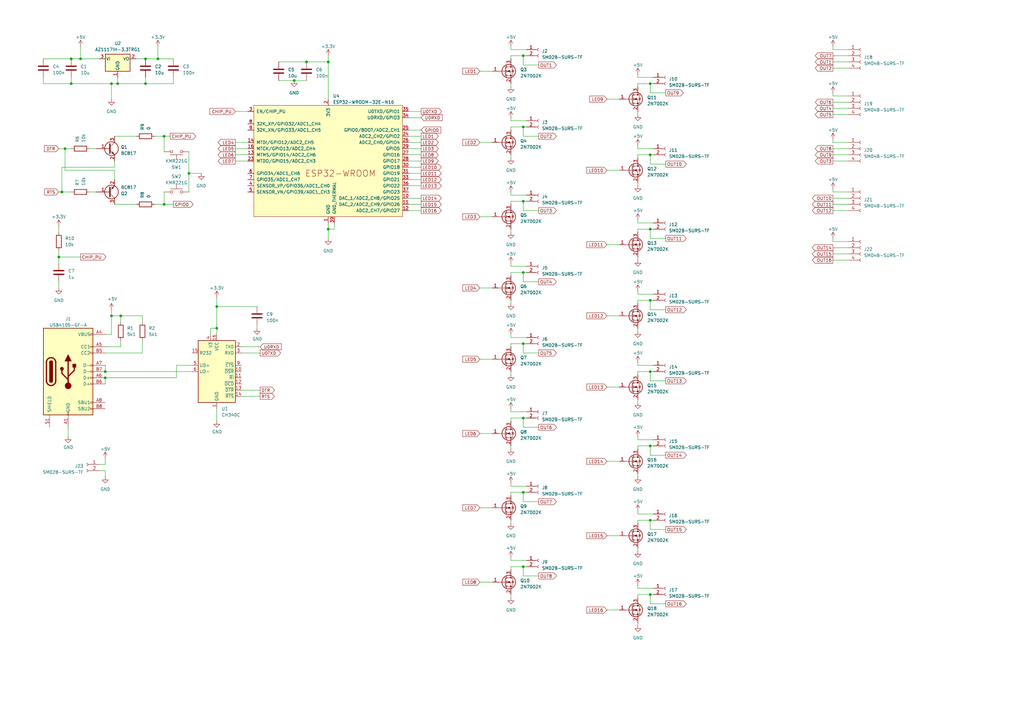
<source format=kicad_sch>
(kicad_sch (version 20230121) (generator eeschema)
  (paper "A3")
  (junction (at 214.63 140.97))
  (junction (at 29.21 34.29))
  (junction (at 266.7 93.98))
  (junction (at 49.53 129.54))
  (junction (at 29.21 24.13))
  (junction (at 67.31 55.88))
  (junction (at 266.7 123.19))
  (junction (at 266.7 182.88))
  (junction (at 64.77 24.13))
  (junction (at 48.26 34.29))
  (junction (at 45.72 129.54))
  (junction (at 266.7 63.5))
  (junction (at 214.63 201.93))
  (junction (at 214.63 52.07))
  (junction (at 125.73 25.4))
  (junction (at 59.69 24.13))
  (junction (at 214.63 22.86))
  (junction (at 25.4 78.74))
  (junction (at 134.62 93.98))
  (junction (at 134.62 25.4))
  (junction (at 24.13 105.41))
  (junction (at 59.69 34.29))
  (junction (at 33.02 24.13))
  (junction (at 67.31 83.82))
  (junction (at 266.7 243.84))
  (junction (at 266.7 213.36))
  (junction (at 214.63 232.41))
  (junction (at 214.63 111.76))
  (junction (at 45.72 34.29))
  (junction (at 43.18 152.4))
  (junction (at 88.9 125.73))
  (junction (at 266.7 34.29))
  (junction (at 43.18 154.94))
  (junction (at 26.67 60.96))
  (junction (at 120.65 33.02))
  (junction (at 214.63 171.45))
  (junction (at 214.63 82.55))
  (junction (at 266.7 152.4))
  (junction (at 88.9 134.62))
  (junction (at 77.47 71.12))
  (wire (pts (xy 46.99 73.66) (xy 46.99 69.85)))
  (wire (pts (xy 261.62 149.86) (xy 261.62 148.59)))
  (wire (pts (xy 341.63 104.14) (xy 347.98 104.14)))
  (wire (pts (xy 214.63 26.67) (xy 214.63 22.86)))
  (wire (pts (xy 214.63 236.22) (xy 214.63 232.41)))
  (wire (pts (xy 341.63 63.5) (xy 347.98 63.5)))
  (wire (pts (xy 49.53 132.08) (xy 49.53 129.54)))
  (wire (pts (xy 96.52 60.96) (xy 101.6 60.96)))
  (wire (pts (xy 196.85 238.76) (xy 201.93 238.76)))
  (wire (pts (xy 96.52 66.04) (xy 101.6 66.04)))
  (wire (pts (xy 273.05 97.79) (xy 266.7 97.79)))
  (wire (pts (xy 209.55 182.88) (xy 209.55 184.15)))
  (wire (pts (xy 64.77 24.13) (xy 71.12 24.13)))
  (wire (pts (xy 214.63 86.36) (xy 214.63 82.55)))
  (wire (pts (xy 261.62 31.75) (xy 261.62 30.48)))
  (wire (pts (xy 167.64 71.12) (xy 172.72 71.12)))
  (wire (pts (xy 266.7 34.29) (xy 261.62 34.29)))
  (wire (pts (xy 248.92 100.33) (xy 254 100.33)))
  (wire (pts (xy 341.63 41.91) (xy 347.98 41.91)))
  (wire (pts (xy 43.18 149.86) (xy 43.18 152.4)))
  (wire (pts (xy 78.74 149.86) (xy 72.39 149.86)))
  (wire (pts (xy 214.63 82.55) (xy 209.55 82.55)))
  (wire (pts (xy 209.55 138.43) (xy 209.55 137.16)))
  (wire (pts (xy 266.7 123.19) (xy 261.62 123.19)))
  (wire (pts (xy 267.97 149.86) (xy 261.62 149.86)))
  (wire (pts (xy 88.9 125.73) (xy 105.41 125.73)))
  (wire (pts (xy 67.31 62.23) (xy 67.31 55.88)))
  (wire (pts (xy 267.97 93.98) (xy 266.7 93.98)))
  (wire (pts (xy 341.63 27.94) (xy 347.98 27.94)))
  (wire (pts (xy 167.64 68.58) (xy 172.72 68.58)))
  (wire (pts (xy 17.78 34.29) (xy 29.21 34.29)))
  (wire (pts (xy 209.55 152.4) (xy 209.55 153.67)))
  (wire (pts (xy 88.9 121.92) (xy 88.9 125.73)))
  (wire (pts (xy 273.05 67.31) (xy 266.7 67.31)))
  (wire (pts (xy 29.21 34.29) (xy 45.72 34.29)))
  (wire (pts (xy 43.18 142.24) (xy 49.53 142.24)))
  (wire (pts (xy 347.98 78.74) (xy 341.63 78.74)))
  (wire (pts (xy 49.53 142.24) (xy 49.53 139.7)))
  (wire (pts (xy 96.52 45.72) (xy 101.6 45.72)))
  (wire (pts (xy 106.68 160.02) (xy 99.06 160.02)))
  (wire (pts (xy 167.64 81.28) (xy 172.72 81.28)))
  (wire (pts (xy 266.7 243.84) (xy 261.62 243.84)))
  (wire (pts (xy 261.62 91.44) (xy 261.62 90.17)))
  (wire (pts (xy 88.9 167.64) (xy 88.9 172.72)))
  (wire (pts (xy 209.55 168.91) (xy 209.55 167.64)))
  (wire (pts (xy 99.06 142.24) (xy 106.68 142.24)))
  (wire (pts (xy 45.72 34.29) (xy 48.26 34.29)))
  (wire (pts (xy 49.53 129.54) (xy 45.72 129.54)))
  (wire (pts (xy 261.62 123.19) (xy 261.62 124.46)))
  (wire (pts (xy 220.98 26.67) (xy 214.63 26.67)))
  (wire (pts (xy 267.97 91.44) (xy 261.62 91.44)))
  (wire (pts (xy 214.63 22.86) (xy 209.55 22.86)))
  (wire (pts (xy 96.52 63.5) (xy 101.6 63.5)))
  (wire (pts (xy 266.7 93.98) (xy 261.62 93.98)))
  (wire (pts (xy 24.13 102.87) (xy 24.13 105.41)))
  (wire (pts (xy 167.64 83.82) (xy 172.72 83.82)))
  (wire (pts (xy 266.7 213.36) (xy 261.62 213.36)))
  (wire (pts (xy 86.36 137.16) (xy 86.36 134.62)))
  (wire (pts (xy 24.13 92.71) (xy 24.13 95.25)))
  (wire (pts (xy 43.18 154.94) (xy 72.39 154.94)))
  (wire (pts (xy 24.13 60.96) (xy 26.67 60.96)))
  (wire (pts (xy 266.7 217.17) (xy 266.7 213.36)))
  (wire (pts (xy 86.36 134.62) (xy 88.9 134.62)))
  (wire (pts (xy 196.85 58.42) (xy 201.93 58.42)))
  (wire (pts (xy 267.97 180.34) (xy 261.62 180.34)))
  (wire (pts (xy 341.63 22.86) (xy 347.98 22.86)))
  (wire (pts (xy 248.92 69.85) (xy 254 69.85)))
  (wire (pts (xy 36.83 78.74) (xy 39.37 78.74)))
  (wire (pts (xy 341.63 58.42) (xy 341.63 57.15)))
  (wire (pts (xy 215.9 49.53) (xy 209.55 49.53)))
  (wire (pts (xy 27.94 175.26) (xy 27.94 179.07)))
  (wire (pts (xy 77.47 71.12) (xy 77.47 78.74)))
  (wire (pts (xy 215.9 82.55) (xy 214.63 82.55)))
  (wire (pts (xy 209.55 123.19) (xy 209.55 124.46)))
  (wire (pts (xy 261.62 210.82) (xy 261.62 209.55)))
  (wire (pts (xy 209.55 111.76) (xy 209.55 113.03)))
  (wire (pts (xy 214.63 55.88) (xy 214.63 52.07)))
  (wire (pts (xy 67.31 83.82) (xy 71.12 83.82)))
  (wire (pts (xy 341.63 46.99) (xy 347.98 46.99)))
  (wire (pts (xy 196.85 208.28) (xy 201.93 208.28)))
  (wire (pts (xy 214.63 175.26) (xy 214.63 171.45)))
  (wire (pts (xy 63.5 83.82) (xy 67.31 83.82)))
  (wire (pts (xy 215.9 168.91) (xy 209.55 168.91)))
  (wire (pts (xy 134.62 91.44) (xy 134.62 93.98)))
  (wire (pts (xy 167.64 53.34) (xy 172.72 53.34)))
  (wire (pts (xy 215.9 111.76) (xy 214.63 111.76)))
  (wire (pts (xy 59.69 24.13) (xy 64.77 24.13)))
  (wire (pts (xy 196.85 88.9) (xy 201.93 88.9)))
  (wire (pts (xy 167.64 86.36) (xy 172.72 86.36)))
  (wire (pts (xy 214.63 115.57) (xy 214.63 111.76)))
  (wire (pts (xy 43.18 144.78) (xy 58.42 144.78)))
  (wire (pts (xy 43.18 154.94) (xy 43.18 157.48)))
  (wire (pts (xy 215.9 138.43) (xy 209.55 138.43)))
  (wire (pts (xy 267.97 31.75) (xy 261.62 31.75)))
  (wire (pts (xy 24.13 115.57) (xy 24.13 118.11)))
  (wire (pts (xy 77.47 62.23) (xy 77.47 71.12)))
  (wire (pts (xy 215.9 22.86) (xy 214.63 22.86)))
  (wire (pts (xy 167.64 55.88) (xy 172.72 55.88)))
  (wire (pts (xy 215.9 20.32) (xy 209.55 20.32)))
  (wire (pts (xy 45.72 129.54) (xy 45.72 127)))
  (wire (pts (xy 46.99 69.85) (xy 26.67 69.85)))
  (wire (pts (xy 64.77 19.05) (xy 64.77 24.13)))
  (wire (pts (xy 25.4 68.58) (xy 25.4 78.74)))
  (wire (pts (xy 33.02 24.13) (xy 40.64 24.13)))
  (wire (pts (xy 261.62 182.88) (xy 261.62 184.15)))
  (wire (pts (xy 220.98 236.22) (xy 214.63 236.22)))
  (wire (pts (xy 43.18 152.4) (xy 78.74 152.4)))
  (wire (pts (xy 167.64 66.04) (xy 172.72 66.04)))
  (wire (pts (xy 267.97 60.96) (xy 261.62 60.96)))
  (wire (pts (xy 209.55 22.86) (xy 209.55 24.13)))
  (wire (pts (xy 63.5 55.88) (xy 67.31 55.88)))
  (wire (pts (xy 266.7 63.5) (xy 261.62 63.5)))
  (wire (pts (xy 261.62 60.96) (xy 261.62 59.69)))
  (wire (pts (xy 209.55 199.39) (xy 209.55 198.12)))
  (wire (pts (xy 46.99 66.04) (xy 46.99 68.58)))
  (wire (pts (xy 215.9 52.07) (xy 214.63 52.07)))
  (wire (pts (xy 220.98 55.88) (xy 214.63 55.88)))
  (wire (pts (xy 196.85 118.11) (xy 201.93 118.11)))
  (wire (pts (xy 266.7 97.79) (xy 266.7 93.98)))
  (wire (pts (xy 215.9 199.39) (xy 209.55 199.39)))
  (wire (pts (xy 214.63 232.41) (xy 209.55 232.41)))
  (wire (pts (xy 214.63 111.76) (xy 209.55 111.76)))
  (wire (pts (xy 261.62 152.4) (xy 261.62 153.67)))
  (wire (pts (xy 261.62 194.31) (xy 261.62 195.58)))
  (wire (pts (xy 261.62 93.98) (xy 261.62 95.25)))
  (wire (pts (xy 267.97 120.65) (xy 261.62 120.65)))
  (wire (pts (xy 48.26 31.75) (xy 48.26 34.29)))
  (wire (pts (xy 40.64 190.5) (xy 43.18 190.5)))
  (wire (pts (xy 134.62 25.4) (xy 134.62 40.64)))
  (wire (pts (xy 267.97 63.5) (xy 266.7 63.5)))
  (wire (pts (xy 59.69 31.75) (xy 59.69 34.29)))
  (wire (pts (xy 106.68 162.56) (xy 99.06 162.56)))
  (wire (pts (xy 266.7 38.1) (xy 266.7 34.29)))
  (wire (pts (xy 215.9 229.87) (xy 209.55 229.87)))
  (wire (pts (xy 266.7 247.65) (xy 266.7 243.84)))
  (wire (pts (xy 214.63 201.93) (xy 209.55 201.93)))
  (wire (pts (xy 209.55 63.5) (xy 209.55 64.77)))
  (wire (pts (xy 267.97 182.88) (xy 266.7 182.88)))
  (wire (pts (xy 114.3 33.02) (xy 120.65 33.02)))
  (wire (pts (xy 196.85 147.32) (xy 201.93 147.32)))
  (wire (pts (xy 248.92 40.64) (xy 254 40.64)))
  (wire (pts (xy 209.55 93.98) (xy 209.55 95.25)))
  (wire (pts (xy 266.7 152.4) (xy 261.62 152.4)))
  (wire (pts (xy 214.63 140.97) (xy 209.55 140.97)))
  (wire (pts (xy 58.42 144.78) (xy 58.42 139.7)))
  (wire (pts (xy 26.67 60.96) (xy 29.21 60.96)))
  (wire (pts (xy 45.72 34.29) (xy 45.72 40.64)))
  (wire (pts (xy 261.62 163.83) (xy 261.62 165.1)))
  (wire (pts (xy 167.64 48.26) (xy 172.72 48.26)))
  (wire (pts (xy 45.72 137.16) (xy 45.72 129.54)))
  (wire (pts (xy 341.63 106.68) (xy 347.98 106.68)))
  (wire (pts (xy 261.62 134.62) (xy 261.62 135.89)))
  (wire (pts (xy 29.21 31.75) (xy 29.21 34.29)))
  (wire (pts (xy 267.97 123.19) (xy 266.7 123.19)))
  (wire (pts (xy 137.16 91.44) (xy 137.16 93.98)))
  (wire (pts (xy 267.97 34.29) (xy 266.7 34.29)))
  (wire (pts (xy 215.9 201.93) (xy 214.63 201.93)))
  (wire (pts (xy 248.92 219.71) (xy 254 219.71)))
  (wire (pts (xy 88.9 134.62) (xy 88.9 137.16)))
  (wire (pts (xy 266.7 127) (xy 266.7 123.19)))
  (wire (pts (xy 261.62 243.84) (xy 261.62 245.11)))
  (wire (pts (xy 46.99 55.88) (xy 55.88 55.88)))
  (wire (pts (xy 273.05 247.65) (xy 266.7 247.65)))
  (wire (pts (xy 48.26 34.29) (xy 59.69 34.29)))
  (wire (pts (xy 261.62 213.36) (xy 261.62 214.63)))
  (wire (pts (xy 209.55 213.36) (xy 209.55 214.63)))
  (wire (pts (xy 267.97 213.36) (xy 266.7 213.36)))
  (wire (pts (xy 46.99 83.82) (xy 55.88 83.82)))
  (wire (pts (xy 24.13 105.41) (xy 24.13 107.95)))
  (wire (pts (xy 267.97 152.4) (xy 266.7 152.4)))
  (wire (pts (xy 261.62 241.3) (xy 261.62 240.03)))
  (wire (pts (xy 273.05 127) (xy 266.7 127)))
  (wire (pts (xy 49.53 129.54) (xy 58.42 129.54)))
  (wire (pts (xy 266.7 186.69) (xy 266.7 182.88)))
  (wire (pts (xy 261.62 34.29) (xy 261.62 35.56)))
  (wire (pts (xy 167.64 76.2) (xy 172.72 76.2)))
  (wire (pts (xy 261.62 105.41) (xy 261.62 106.68)))
  (wire (pts (xy 215.9 232.41) (xy 214.63 232.41)))
  (wire (pts (xy 220.98 86.36) (xy 214.63 86.36)))
  (wire (pts (xy 17.78 24.13) (xy 29.21 24.13)))
  (wire (pts (xy 24.13 78.74) (xy 25.4 78.74)))
  (wire (pts (xy 55.88 24.13) (xy 59.69 24.13)))
  (wire (pts (xy 341.63 86.36) (xy 347.98 86.36)))
  (wire (pts (xy 167.64 45.72) (xy 172.72 45.72)))
  (wire (pts (xy 134.62 22.86) (xy 134.62 25.4)))
  (wire (pts (xy 248.92 129.54) (xy 254 129.54)))
  (wire (pts (xy 341.63 25.4) (xy 347.98 25.4)))
  (wire (pts (xy 209.55 34.29) (xy 209.55 35.56)))
  (wire (pts (xy 341.63 99.06) (xy 341.63 97.79)))
  (wire (pts (xy 261.62 180.34) (xy 261.62 179.07)))
  (wire (pts (xy 99.06 144.78) (xy 106.68 144.78)))
  (wire (pts (xy 214.63 205.74) (xy 214.63 201.93)))
  (wire (pts (xy 96.52 58.42) (xy 101.6 58.42)))
  (wire (pts (xy 341.63 78.74) (xy 341.63 77.47)))
  (wire (pts (xy 134.62 93.98) (xy 134.62 97.79)))
  (wire (pts (xy 209.55 109.22) (xy 209.55 107.95)))
  (wire (pts (xy 220.98 205.74) (xy 214.63 205.74)))
  (wire (pts (xy 273.05 38.1) (xy 266.7 38.1)))
  (wire (pts (xy 347.98 99.06) (xy 341.63 99.06)))
  (wire (pts (xy 125.73 25.4) (xy 134.62 25.4)))
  (wire (pts (xy 273.05 217.17) (xy 266.7 217.17)))
  (wire (pts (xy 261.62 120.65) (xy 261.62 119.38)))
  (wire (pts (xy 105.41 133.35) (xy 105.41 134.62)))
  (wire (pts (xy 248.92 189.23) (xy 254 189.23)))
  (wire (pts (xy 88.9 125.73) (xy 88.9 134.62)))
  (wire (pts (xy 46.99 68.58) (xy 25.4 68.58)))
  (wire (pts (xy 341.63 20.32) (xy 341.63 19.05)))
  (wire (pts (xy 341.63 44.45) (xy 347.98 44.45)))
  (wire (pts (xy 67.31 55.88) (xy 69.85 55.88)))
  (wire (pts (xy 220.98 175.26) (xy 214.63 175.26)))
  (wire (pts (xy 72.39 149.86) (xy 72.39 154.94)))
  (wire (pts (xy 267.97 243.84) (xy 266.7 243.84)))
  (wire (pts (xy 43.18 193.04) (xy 43.18 195.58)))
  (wire (pts (xy 120.65 33.02) (xy 125.73 33.02)))
  (wire (pts (xy 215.9 80.01) (xy 209.55 80.01)))
  (wire (pts (xy 196.85 29.21) (xy 201.93 29.21)))
  (wire (pts (xy 36.83 60.96) (xy 39.37 60.96)))
  (wire (pts (xy 29.21 24.13) (xy 33.02 24.13)))
  (wire (pts (xy 214.63 171.45) (xy 209.55 171.45)))
  (wire (pts (xy 347.98 58.42) (xy 341.63 58.42)))
  (wire (pts (xy 266.7 182.88) (xy 261.62 182.88)))
  (wire (pts (xy 167.64 60.96) (xy 172.72 60.96)))
  (wire (pts (xy 167.64 63.5) (xy 172.72 63.5)))
  (wire (pts (xy 215.9 109.22) (xy 209.55 109.22)))
  (wire (pts (xy 261.62 255.27) (xy 261.62 256.54)))
  (wire (pts (xy 25.4 78.74) (xy 29.21 78.74)))
  (wire (pts (xy 248.92 158.75) (xy 254 158.75)))
  (wire (pts (xy 266.7 67.31) (xy 266.7 63.5)))
  (wire (pts (xy 26.67 60.96) (xy 26.67 69.85)))
  (wire (pts (xy 267.97 210.82) (xy 261.62 210.82)))
  (wire (pts (xy 248.92 250.19) (xy 254 250.19)))
  (wire (pts (xy 43.18 190.5) (xy 43.18 187.96)))
  (wire (pts (xy 17.78 31.75) (xy 17.78 34.29)))
  (wire (pts (xy 341.63 101.6) (xy 347.98 101.6)))
  (wire (pts (xy 167.64 73.66) (xy 172.72 73.66)))
  (wire (pts (xy 40.64 193.04) (xy 43.18 193.04)))
  (wire (pts (xy 209.55 52.07) (xy 209.55 53.34)))
  (wire (pts (xy 214.63 144.78) (xy 214.63 140.97)))
  (wire (pts (xy 261.62 63.5) (xy 261.62 64.77)))
  (wire (pts (xy 214.63 52.07) (xy 209.55 52.07)))
  (wire (pts (xy 209.55 229.87) (xy 209.55 228.6)))
  (wire (pts (xy 220.98 144.78) (xy 214.63 144.78)))
  (wire (pts (xy 261.62 74.93) (xy 261.62 76.2)))
  (wire (pts (xy 341.63 81.28) (xy 347.98 81.28)))
  (wire (pts (xy 58.42 132.08) (xy 58.42 129.54)))
  (wire (pts (xy 209.55 201.93) (xy 209.55 203.2)))
  (wire (pts (xy 220.98 115.57) (xy 214.63 115.57)))
  (wire (pts (xy 341.63 60.96) (xy 347.98 60.96)))
  (wire (pts (xy 33.02 19.05) (xy 33.02 24.13)))
  (wire (pts (xy 267.97 241.3) (xy 261.62 241.3)))
  (wire (pts (xy 341.63 83.82) (xy 347.98 83.82)))
  (wire (pts (xy 167.64 58.42) (xy 172.72 58.42)))
  (wire (pts (xy 209.55 82.55) (xy 209.55 83.82)))
  (wire (pts (xy 196.85 177.8) (xy 201.93 177.8)))
  (wire (pts (xy 341.63 66.04) (xy 347.98 66.04)))
  (wire (pts (xy 209.55 243.84) (xy 209.55 245.11)))
  (wire (pts (xy 273.05 156.21) (xy 266.7 156.21)))
  (wire (pts (xy 209.55 49.53) (xy 209.55 48.26)))
  (wire (pts (xy 215.9 140.97) (xy 214.63 140.97)))
  (wire (pts (xy 71.12 34.29) (xy 71.12 31.75)))
  (wire (pts (xy 67.31 78.74) (xy 67.31 83.82)))
  (wire (pts (xy 215.9 171.45) (xy 214.63 171.45)))
  (wire (pts (xy 137.16 93.98) (xy 134.62 93.98)))
  (wire (pts (xy 261.62 224.79) (xy 261.62 226.06)))
  (wire (pts (xy 347.98 39.37) (xy 341.63 39.37)))
  (wire (pts (xy 59.69 34.29) (xy 71.12 34.29)))
  (wire (pts (xy 273.05 186.69) (xy 266.7 186.69)))
  (wire (pts (xy 209.55 232.41) (xy 209.55 233.68)))
  (wire (pts (xy 24.13 105.41) (xy 33.02 105.41)))
  (wire (pts (xy 77.47 71.12) (xy 82.55 71.12)))
  (wire (pts (xy 209.55 20.32) (xy 209.55 19.05)))
  (wire (pts (xy 45.72 137.16) (xy 43.18 137.16)))
  (wire (pts (xy 341.63 39.37) (xy 341.63 38.1)))
  (wire (pts (xy 347.98 20.32) (xy 341.63 20.32)))
  (wire (pts (xy 209.55 80.01) (xy 209.55 78.74)))
  (wire (pts (xy 114.3 25.4) (xy 125.73 25.4)))
  (wire (pts (xy 209.55 140.97) (xy 209.55 142.24)))
  (wire (pts (xy 209.55 171.45) (xy 209.55 172.72)))
  (wire (pts (xy 266.7 156.21) (xy 266.7 152.4)))
  (wire (pts (xy 261.62 45.72) (xy 261.62 46.99)))
  (global_label "LED2" (shape input) (at 196.85 58.42 180) (property "Intersheetrefs" "${INTERSHEET_REFS}" (effects hide)))
  (global_label "LED10" (shape input) (at 248.92 69.85 180) (property "Intersheetrefs" "${INTERSHEET_REFS}" (effects hide)))
  (global_label "U0RXD" (shape input) (at 172.72 48.26 0) (property "Intersheetrefs" "${INTERSHEET_REFS}" (effects hide)))
  (global_label "OUT1" (shape output) (at 341.63 25.4 180) (property "Intersheetrefs" "${INTERSHEET_REFS}" (effects hide)))
  (global_label "CHIP_PU" (shape output) (at 69.85 55.88 0) (property "Intersheetrefs" "${INTERSHEET_REFS}" (effects hide)))
  (global_label "LED9" (shape input) (at 248.92 40.64 180) (property "Intersheetrefs" "${INTERSHEET_REFS}" (effects hide)))
  (global_label "OUT12" (shape output) (at 341.63 86.36 180) (property "Intersheetrefs" "${INTERSHEET_REFS}" (effects hide)))
  (global_label "RTS" (shape input) (at 24.13 78.74 180) (property "Intersheetrefs" "${INTERSHEET_REFS}" (effects hide)))
  (global_label "OUT10" (shape output) (at 341.63 81.28 180) (property "Intersheetrefs" "${INTERSHEET_REFS}" (effects hide)))
  (global_label "LED12" (shape output) (at 172.72 73.66 0) (property "Intersheetrefs" "${INTERSHEET_REFS}" (effects hide)))
  (global_label "LED4" (shape output) (at 96.52 58.42 180) (property "Intersheetrefs" "${INTERSHEET_REFS}" (effects hide)))
  (global_label "LED6" (shape output) (at 96.52 63.5 180) (property "Intersheetrefs" "${INTERSHEET_REFS}" (effects hide)))
  (global_label "OUT14" (shape output) (at 341.63 101.6 180) (property "Intersheetrefs" "${INTERSHEET_REFS}" (effects hide)))
  (global_label "LED14" (shape input) (at 248.92 189.23 180) (property "Intersheetrefs" "${INTERSHEET_REFS}" (effects hide)))
  (global_label "LED7" (shape output) (at 96.52 66.04 180) (property "Intersheetrefs" "${INTERSHEET_REFS}" (effects hide)))
  (global_label "LED16" (shape output) (at 172.72 86.36 0) (property "Intersheetrefs" "${INTERSHEET_REFS}" (effects hide)))
  (global_label "OUT7" (shape output) (at 341.63 22.86 180) (property "Intersheetrefs" "${INTERSHEET_REFS}" (effects hide)))
  (global_label "OUT11" (shape output) (at 273.05 97.79 0) (property "Intersheetrefs" "${INTERSHEET_REFS}" (effects hide)))
  (global_label "OUT6" (shape output) (at 220.98 175.26 0) (property "Intersheetrefs" "${INTERSHEET_REFS}" (effects hide)))
  (global_label "OUT1" (shape output) (at 220.98 26.67 0) (property "Intersheetrefs" "${INTERSHEET_REFS}" (effects hide)))
  (global_label "LED12" (shape input) (at 248.92 129.54 180) (property "Intersheetrefs" "${INTERSHEET_REFS}" (effects hide)))
  (global_label "OUT10" (shape output) (at 273.05 67.31 0) (property "Intersheetrefs" "${INTERSHEET_REFS}" (effects hide)))
  (global_label "LED3" (shape input) (at 196.85 88.9 180) (property "Intersheetrefs" "${INTERSHEET_REFS}" (effects hide)))
  (global_label "OUT9" (shape output) (at 273.05 38.1 0) (property "Intersheetrefs" "${INTERSHEET_REFS}" (effects hide)))
  (global_label "OUT7" (shape output) (at 220.98 205.74 0) (property "Intersheetrefs" "${INTERSHEET_REFS}" (effects hide)))
  (global_label "OUT6" (shape output) (at 341.63 41.91 180) (property "Intersheetrefs" "${INTERSHEET_REFS}" (effects hide)))
  (global_label "LED10" (shape output) (at 172.72 68.58 0) (property "Intersheetrefs" "${INTERSHEET_REFS}" (effects hide)))
  (global_label "OUT15" (shape output) (at 341.63 104.14 180) (property "Intersheetrefs" "${INTERSHEET_REFS}" (effects hide)))
  (global_label "DTR" (shape output) (at 106.68 160.02 0) (property "Intersheetrefs" "${INTERSHEET_REFS}" (effects hide)))
  (global_label "OUT5" (shape output) (at 220.98 144.78 0) (property "Intersheetrefs" "${INTERSHEET_REFS}" (effects hide)))
  (global_label "OUT2" (shape output) (at 220.98 55.88 0) (property "Intersheetrefs" "${INTERSHEET_REFS}" (effects hide)))
  (global_label "GPIO0" (shape output) (at 71.12 83.82 0) (property "Intersheetrefs" "${INTERSHEET_REFS}" (effects hide)))
  (global_label "OUT16" (shape output) (at 273.05 247.65 0) (property "Intersheetrefs" "${INTERSHEET_REFS}" (effects hide)))
  (global_label "OUT9" (shape output) (at 341.63 63.5 180) (property "Intersheetrefs" "${INTERSHEET_REFS}" (effects hide)))
  (global_label "LED2" (shape output) (at 172.72 58.42 0) (property "Intersheetrefs" "${INTERSHEET_REFS}" (effects hide)))
  (global_label "LED8" (shape output) (at 172.72 63.5 0) (property "Intersheetrefs" "${INTERSHEET_REFS}" (effects hide)))
  (global_label "LED7" (shape input) (at 196.85 208.28 180) (property "Intersheetrefs" "${INTERSHEET_REFS}" (effects hide)))
  (global_label "LED1" (shape input) (at 196.85 29.21 180) (property "Intersheetrefs" "${INTERSHEET_REFS}" (effects hide)))
  (global_label "LED13" (shape output) (at 172.72 76.2 0) (property "Intersheetrefs" "${INTERSHEET_REFS}" (effects hide)))
  (global_label "LED3" (shape output) (at 172.72 60.96 0) (property "Intersheetrefs" "${INTERSHEET_REFS}" (effects hide)))
  (global_label "LED5" (shape output) (at 96.52 60.96 180) (property "Intersheetrefs" "${INTERSHEET_REFS}" (effects hide)))
  (global_label "OUT8" (shape output) (at 220.98 236.22 0) (property "Intersheetrefs" "${INTERSHEET_REFS}" (effects hide)))
  (global_label "OUT8" (shape output) (at 341.63 60.96 180) (property "Intersheetrefs" "${INTERSHEET_REFS}" (effects hide)))
  (global_label "LED13" (shape input) (at 248.92 158.75 180) (property "Intersheetrefs" "${INTERSHEET_REFS}" (effects hide)))
  (global_label "OUT3" (shape output) (at 341.63 66.04 180) (property "Intersheetrefs" "${INTERSHEET_REFS}" (effects hide)))
  (global_label "U0TXD" (shape output) (at 106.68 144.78 0) (property "Intersheetrefs" "${INTERSHEET_REFS}" (effects hide)))
  (global_label "OUT11" (shape output) (at 341.63 83.82 180) (property "Intersheetrefs" "${INTERSHEET_REFS}" (effects hide)))
  (global_label "LED6" (shape input) (at 196.85 177.8 180) (property "Intersheetrefs" "${INTERSHEET_REFS}" (effects hide)))
  (global_label "OUT13" (shape output) (at 273.05 156.21 0) (property "Intersheetrefs" "${INTERSHEET_REFS}" (effects hide)))
  (global_label "OUT16" (shape output) (at 341.63 106.68 180) (property "Intersheetrefs" "${INTERSHEET_REFS}" (effects hide)))
  (global_label "OUT14" (shape output) (at 273.05 186.69 0) (property "Intersheetrefs" "${INTERSHEET_REFS}" (effects hide)))
  (global_label "LED11" (shape output) (at 172.72 71.12 0) (property "Intersheetrefs" "${INTERSHEET_REFS}" (effects hide)))
  (global_label "LED11" (shape input) (at 248.92 100.33 180) (property "Intersheetrefs" "${INTERSHEET_REFS}" (effects hide)))
  (global_label "OUT3" (shape output) (at 220.98 86.36 0) (property "Intersheetrefs" "${INTERSHEET_REFS}" (effects hide)))
  (global_label "LED15" (shape input) (at 248.92 219.71 180) (property "Intersheetrefs" "${INTERSHEET_REFS}" (effects hide)))
  (global_label "OUT2" (shape output) (at 341.63 27.94 180) (property "Intersheetrefs" "${INTERSHEET_REFS}" (effects hide)))
  (global_label "LED9" (shape output) (at 172.72 66.04 0) (property "Intersheetrefs" "${INTERSHEET_REFS}" (effects hide)))
  (global_label "OUT4" (shape output) (at 220.98 115.57 0) (property "Intersheetrefs" "${INTERSHEET_REFS}" (effects hide)))
  (global_label "GPIO0" (shape input) (at 172.72 53.34 0) (property "Intersheetrefs" "${INTERSHEET_REFS}" (effects hide)))
  (global_label "LED4" (shape input) (at 196.85 118.11 180) (property "Intersheetrefs" "${INTERSHEET_REFS}" (effects hide)))
  (global_label "LED16" (shape input) (at 248.92 250.19 180) (property "Intersheetrefs" "${INTERSHEET_REFS}" (effects hide)))
  (global_label "LED15" (shape output) (at 172.72 83.82 0) (property "Intersheetrefs" "${INTERSHEET_REFS}" (effects hide)))
  (global_label "DTR" (shape input) (at 24.13 60.96 180) (property "Intersheetrefs" "${INTERSHEET_REFS}" (effects hide)))
  (global_label "OUT5" (shape output) (at 341.63 46.99 180) (property "Intersheetrefs" "${INTERSHEET_REFS}" (effects hide)))
  (global_label "LED14" (shape output) (at 172.72 81.28 0) (property "Intersheetrefs" "${INTERSHEET_REFS}" (effects hide)))
  (global_label "LED8" (shape input) (at 196.85 238.76 180) (property "Intersheetrefs" "${INTERSHEET_REFS}" (effects hide)))
  (global_label "CHIP_PU" (shape output) (at 33.02 105.41 0) (property "Intersheetrefs" "${INTERSHEET_REFS}" (effects hide)))
  (global_label "CHIP_PU" (shape input) (at 96.52 45.72 180) (property "Intersheetrefs" "${INTERSHEET_REFS}" (effects hide)))
  (global_label "U0TXD" (shape output) (at 172.72 45.72 0) (property "Intersheetrefs" "${INTERSHEET_REFS}" (effects hide)))
  (global_label "LED1" (shape output) (at 172.72 55.88 0) (property "Intersheetrefs" "${INTERSHEET_REFS}" (effects hide)))
  (global_label "OUT12" (shape output) (at 273.05 127 0) (property "Intersheetrefs" "${INTERSHEET_REFS}" (effects hide)))
  (global_label "LED5" (shape input) (at 196.85 147.32 180) (property "Intersheetrefs" "${INTERSHEET_REFS}" (effects hide)))
  (global_label "U0RXD" (shape input) (at 106.68 142.24 0) (property "Intersheetrefs" "${INTERSHEET_REFS}" (effects hide)))
  (global_label "OUT4" (shape output) (at 341.63 44.45 180) (property "Intersheetrefs" "${INTERSHEET_REFS}" (effects hide)))
  (global_label "OUT15" (shape output) (at 273.05 217.17 0) (property "Intersheetrefs" "${INTERSHEET_REFS}" (effects hide)))
  (global_label "RTS" (shape output) (at 106.68 162.56 0) (property "Intersheetrefs" "${INTERSHEET_REFS}" (effects hide)))
  (symbol (lib_id "Device:C") (at 24.13 111.76 180) (unit 1)
    (property "Reference" "C7" (at 27.94 111.125 0) (effects (justify right)))
    (property "Value" "1u" (at 27.94 113.665 0) (effects (justify right)))
    (property "Footprint" "Capacitor_SMD:C_0603_1608Metric" (effects hide))
  )
  (symbol (lib_id "power:GND") (at 88.9 172.72 0) (unit 1)
    (property "Reference" "#PWR054" (effects hide))
    (property "Value" "GND" (at 89.027 177.1142 0))
  )
  (symbol (lib_id "power:GND") (at 27.94 179.07 0) (unit 1)
    (property "Reference" "#PWR08" (effects hide))
    (property "Value" "GND" (at 28.067 183.4642 0))
  )
  (symbol (lib_id "power:GND") (at 209.55 214.63 0) (unit 1)
    (property "Reference" "#PWR028" (effects hide))
    (property "Value" "GND" (at 209.55 219.71 0))
  )
  (symbol (lib_id "Connector:Conn_01x02_Socket") (at 273.05 180.34 0) (unit 1)
    (property "Reference" "J15" (at 274.32 180.975 0) (effects (justify left)))
    (property "Value" "SM02B-SURS-TF" (at 274.32 183.515 0) (effects (justify left)))
    (property "Footprint" "Connector_JST:JST_SUR_SM02B-SURS-TF_1x02-1MP_P0.80mm_Horizontal" (effects hide))
  )
  (symbol (lib_id "Transistor_FET:2N7002K") (at 259.08 40.64 0) (unit 1)
    (property "Reference" "Q11" (at 265.43 40.005 0) (effects (justify left)))
    (property "Value" "2N7002K" (at 265.43 42.545 0) (effects (justify left)))
    (property "Footprint" "Package_TO_SOT_SMD:SOT-23" (effects hide))
    (property "Datasheet" "https://www.diodes.com/assets/Datasheets/ds30896.pdf" (effects hide))
  )
  (symbol (lib_id "Transistor_FET:2N7002K") (at 259.08 129.54 0) (unit 1)
    (property "Reference" "Q14" (at 265.43 128.905 0) (effects (justify left)))
    (property "Value" "2N7002K" (at 265.43 131.445 0) (effects (justify left)))
    (property "Footprint" "Package_TO_SOT_SMD:SOT-23" (effects hide))
    (property "Datasheet" "https://www.diodes.com/assets/Datasheets/ds30896.pdf" (effects hide))
  )
  (symbol (lib_id "Device:C") (at 114.3 29.21 180) (unit 1)
    (property "Reference" "C5" (at 118.11 28.575 0) (effects (justify right)))
    (property "Value" "10u" (at 118.11 31.115 0) (effects (justify right)))
    (property "Footprint" "Capacitor_SMD:C_0603_1608Metric" (effects hide))
  )
  (symbol (lib_id "Connector:Conn_01x02_Socket") (at 273.05 31.75 0) (unit 1)
    (property "Reference" "J10" (at 274.32 32.385 0) (effects (justify left)))
    (property "Value" "SM02B-SURS-TF" (at 274.32 34.925 0) (effects (justify left)))
    (property "Footprint" "Connector_JST:JST_SUR_SM02B-SURS-TF_1x02-1MP_P0.80mm_Horizontal" (effects hide))
  )
  (symbol (lib_id "Transistor_FET:2N7002K") (at 259.08 219.71 0) (unit 1)
    (property "Reference" "Q17" (at 265.43 219.075 0) (effects (justify left)))
    (property "Value" "2N7002K" (at 265.43 221.615 0) (effects (justify left)))
    (property "Footprint" "Package_TO_SOT_SMD:SOT-23" (effects hide))
    (property "Datasheet" "https://www.diodes.com/assets/Datasheets/ds30896.pdf" (effects hide))
  )
  (symbol (lib_id "power:+5V") (at 261.62 179.07 0) (unit 1)
    (property "Reference" "#PWR041" (effects hide))
    (property "Value" "+5V" (at 261.62 175.26 0))
  )
  (symbol (lib_id "Connector:Conn_01x02_Socket") (at 220.98 229.87 0) (unit 1)
    (property "Reference" "J9" (at 222.25 230.505 0) (effects (justify left)))
    (property "Value" "SM02B-SURS-TF" (at 222.25 233.045 0) (effects (justify left)))
    (property "Footprint" "Connector_JST:JST_SUR_SM02B-SURS-TF_1x02-1MP_P0.80mm_Horizontal" (effects hide))
  )
  (symbol (lib_id "power:GND") (at 209.55 95.25 0) (unit 1)
    (property "Reference" "#PWR020" (effects hide))
    (property "Value" "GND" (at 209.55 100.33 0))
  )
  (symbol (lib_id "power:GND") (at 105.41 134.62 0) (unit 1)
    (property "Reference" "#PWR056" (effects hide))
    (property "Value" "GND" (at 105.537 139.0142 0))
  )
  (symbol (lib_id "power:GND") (at 209.55 64.77 0) (unit 1)
    (property "Reference" "#PWR018" (effects hide))
    (property "Value" "GND" (at 209.55 69.85 0))
  )
  (symbol (lib_id "power:GND") (at 261.62 76.2 0) (unit 1)
    (property "Reference" "#PWR034" (effects hide))
    (property "Value" "GND" (at 261.62 81.28 0))
  )
  (symbol (lib_id "Transistor_FET:2N7002K") (at 207.01 177.8 0) (unit 1)
    (property "Reference" "Q8" (at 213.36 177.165 0) (effects (justify left)))
    (property "Value" "2N7002K" (at 213.36 179.705 0) (effects (justify left)))
    (property "Footprint" "Package_TO_SOT_SMD:SOT-23" (effects hide))
    (property "Datasheet" "https://www.diodes.com/assets/Datasheets/ds30896.pdf" (effects hide))
  )
  (symbol (lib_id "Switch:SW_Push") (at 72.39 62.23 0) (mirror x) (unit 1)
    (property "Reference" "SW1" (at 72.39 68.58 0))
    (property "Value" "KMR221G" (at 72.39 66.04 0))
    (property "Footprint" "Button_Switch_SMD:SW_Push_1P1T_NO_CK_KMR2" (effects hide))
  )
  (symbol (lib_id "Connector:Conn_01x02_Socket") (at 220.98 109.22 0) (unit 1)
    (property "Reference" "J5" (at 222.25 109.855 0) (effects (justify left)))
    (property "Value" "SM02B-SURS-TF" (at 222.25 112.395 0) (effects (justify left)))
    (property "Footprint" "Connector_JST:JST_SUR_SM02B-SURS-TF_1x02-1MP_P0.80mm_Horizontal" (effects hide))
  )
  (symbol (lib_id "Transistor_FET:2N7002K") (at 259.08 250.19 0) (unit 1)
    (property "Reference" "Q18" (at 265.43 249.555 0) (effects (justify left)))
    (property "Value" "2N7002K" (at 265.43 252.095 0) (effects (justify left)))
    (property "Footprint" "Package_TO_SOT_SMD:SOT-23" (effects hide))
    (property "Datasheet" "https://www.diodes.com/assets/Datasheets/ds30896.pdf" (effects hide))
  )
  (symbol (lib_id "power:+3.3V") (at 134.62 22.86 0) (unit 1)
    (property "Reference" "#PWR015" (effects hide))
    (property "Value" "+3.3V" (at 134.62 19.05 0))
  )
  (symbol (lib_id "Connector:Conn_01x02_Socket") (at 35.56 190.5 0) (mirror y) (unit 1)
    (property "Reference" "J23" (at 34.29 191.135 0) (effects (justify left)))
    (property "Value" "SM02B-SURS-TF" (at 34.29 193.675 0) (effects (justify left)))
    (property "Footprint" "Connector_JST:JST_SUR_SM02B-SURS-TF_1x02-1MP_P0.80mm_Horizontal" (effects hide))
  )
  (symbol (lib_id "power:+3.3V") (at 24.13 92.71 0) (unit 1)
    (property "Reference" "#PWR012" (effects hide))
    (property "Value" "+3.3V" (at 24.13 88.9 0))
  )
  (symbol (lib_id "power:+5V") (at 209.55 48.26 0) (unit 1)
    (property "Reference" "#PWR017" (effects hide))
    (property "Value" "+5V" (at 209.55 44.45 0))
  )
  (symbol (lib_id "power:GND") (at 261.62 106.68 0) (unit 1)
    (property "Reference" "#PWR036" (effects hide))
    (property "Value" "GND" (at 261.62 111.76 0))
  )
  (symbol (lib_id "Transistor_FET:2N7002K") (at 259.08 189.23 0) (unit 1)
    (property "Reference" "Q16" (at 265.43 188.595 0) (effects (justify left)))
    (property "Value" "2N7002K" (at 265.43 191.135 0) (effects (justify left)))
    (property "Footprint" "Package_TO_SOT_SMD:SOT-23" (effects hide))
    (property "Datasheet" "https://www.diodes.com/assets/Datasheets/ds30896.pdf" (effects hide))
  )
  (symbol (lib_id "Device:R") (at 33.02 60.96 90) (unit 1)
    (property "Reference" "R6" (at 31.75 58.42 0) (effects (justify left)))
    (property "Value" "10k" (at 34.29 58.42 0) (effects (justify left)))
    (property "Footprint" "Resistor_SMD:R_0402_1005Metric" (effects hide))
  )
  (symbol (lib_id "power:GND") (at 261.62 135.89 0) (unit 1)
    (property "Reference" "#PWR038" (effects hide))
    (property "Value" "GND" (at 261.62 140.97 0))
  )
  (symbol (lib_id "power:GND") (at 209.55 35.56 0) (unit 1)
    (property "Reference" "#PWR04" (effects hide))
    (property "Value" "GND" (at 209.55 40.64 0))
  )
  (symbol (lib_id "power:+5V") (at 209.55 167.64 0) (unit 1)
    (property "Reference" "#PWR025" (effects hide))
    (property "Value" "+5V" (at 209.55 163.83 0))
  )
  (symbol (lib_id "power:GND") (at 134.62 97.79 0) (unit 1)
    (property "Reference" "#PWR016" (effects hide))
    (property "Value" "GND" (at 134.62 102.87 0))
  )
  (symbol (lib_id "power:+5V") (at 209.55 228.6 0) (unit 1)
    (property "Reference" "#PWR029" (effects hide))
    (property "Value" "+5V" (at 209.55 224.79 0))
  )
  (symbol (lib_id "Switch:SW_Push") (at 72.39 78.74 0) (unit 1)
    (property "Reference" "SW2" (at 72.39 72.39 0))
    (property "Value" "KMR221G" (at 72.39 74.93 0))
    (property "Footprint" "Button_Switch_SMD:SW_Push_1P1T_NO_CK_KMR2" (effects hide))
  )
  (symbol (lib_id "Connector:Conn_01x02_Socket") (at 220.98 168.91 0) (unit 1)
    (property "Reference" "J7" (at 222.25 169.545 0) (effects (justify left)))
    (property "Value" "SM02B-SURS-TF" (at 222.25 172.085 0) (effects (justify left)))
    (property "Footprint" "Connector_JST:JST_SUR_SM02B-SURS-TF_1x02-1MP_P0.80mm_Horizontal" (effects hide))
  )
  (symbol (lib_id "power:+5V") (at 261.62 90.17 0) (unit 1)
    (property "Reference" "#PWR035" (effects hide))
    (property "Value" "+5V" (at 261.62 86.36 0))
  )
  (symbol (lib_id "power:+5V") (at 43.18 187.96 0) (unit 1)
    (property "Reference" "#PWR053" (effects hide))
    (property "Value" "+5V" (at 43.18 184.15 0))
  )
  (symbol (lib_id "Device:R") (at 49.53 135.89 0) (unit 1)
    (property "Reference" "R1" (at 52.07 134.62 0) (effects (justify left)))
    (property "Value" "5k1" (at 52.07 137.16 0) (effects (justify left)))
    (property "Footprint" "Resistor_SMD:R_0402_1005Metric" (effects hide))
  )
  (symbol (lib_id "power:+5V") (at 209.55 198.12 0) (unit 1)
    (property "Reference" "#PWR027" (effects hide))
    (property "Value" "+5V" (at 209.55 194.31 0))
  )
  (symbol (lib_id "power:+5V") (at 261.62 30.48 0) (unit 1)
    (property "Reference" "#PWR031" (effects hide))
    (property "Value" "+5V" (at 261.62 26.67 0))
  )
  (symbol (lib_id "Device:R") (at 24.13 99.06 0) (unit 1)
    (property "Reference" "R10" (at 26.67 97.79 0) (effects (justify left)))
    (property "Value" "10k" (at 26.67 100.33 0) (effects (justify left)))
    (property "Footprint" "Resistor_SMD:R_0402_1005Metric" (effects hide))
  )
  (symbol (lib_id "Regulator_Linear:AZ1117-3.3") (at 48.26 24.13 0) (unit 1)
    (property "Reference" "U2" (at 48.26 17.78 0))
    (property "Value" "AZ1117IH-3.3TRG1" (at 48.26 20.32 0))
    (property "Footprint" "Package_TO_SOT_SMD:SOT-223-3_TabPin2" (effects hide))
    (property "Datasheet" "https://www.diodes.com/assets/Datasheets/AZ1117.pdf" (effects hide))
  )
  (symbol (lib_id "power:GND") (at 209.55 153.67 0) (unit 1)
    (property "Reference" "#PWR024" (effects hide))
    (property "Value" "GND" (at 209.55 158.75 0))
  )
  (symbol (lib_id "power:+5V") (at 341.63 19.05 0) (unit 1)
    (property "Reference" "#PWR047" (effects hide))
    (property "Value" "+5V" (at 341.63 15.24 0))
  )
  (symbol (lib_id "Transistor_FET:2N7002K") (at 207.01 58.42 0) (unit 1)
    (property "Reference" "Q4" (at 213.36 57.785 0) (effects (justify left)))
    (property "Value" "2N7002K" (at 213.36 60.325 0) (effects (justify left)))
    (property "Footprint" "Package_TO_SOT_SMD:SOT-23" (effects hide))
    (property "Datasheet" "https://www.diodes.com/assets/Datasheets/ds30896.pdf" (effects hide))
  )
  (symbol (lib_id "Device:C") (at 29.21 27.94 180) (unit 1)
    (property "Reference" "C1" (at 33.02 27.305 0) (effects (justify right)))
    (property "Value" "10u" (at 33.02 29.845 0) (effects (justify right)))
    (property "Footprint" "Capacitor_SMD:C_0603_1608Metric" (effects hide))
  )
  (symbol (lib_id "Connector:Conn_01x04_Socket") (at 353.06 81.28 0) (unit 1)
    (property "Reference" "J21" (at 354.33 81.915 0) (effects (justify left)))
    (property "Value" "SM04B-SURS-TF" (at 354.33 84.455 0) (effects (justify left)))
    (property "Footprint" "Connector_JST:JST_SUR_SM04B-SURS-TF_1x04-1MP_P0.80mm_Horizontal" (effects hide))
  )
  (symbol (lib_id "Transistor_FET:2N7002K") (at 207.01 88.9 0) (unit 1)
    (property "Reference" "Q5" (at 213.36 88.265 0) (effects (justify left)))
    (property "Value" "2N7002K" (at 213.36 90.805 0) (effects (justify left)))
    (property "Footprint" "Package_TO_SOT_SMD:SOT-23" (effects hide))
    (property "Datasheet" "https://www.diodes.com/assets/Datasheets/ds30896.pdf" (effects hide))
  )
  (symbol (lib_id "Connector:Conn_01x02_Socket") (at 273.05 91.44 0) (unit 1)
    (property "Reference" "J12" (at 274.32 92.075 0) (effects (justify left)))
    (property "Value" "SM02B-SURS-TF" (at 274.32 94.615 0) (effects (justify left)))
    (property "Footprint" "Connector_JST:JST_SUR_SM02B-SURS-TF_1x02-1MP_P0.80mm_Horizontal" (effects hide))
  )
  (symbol (lib_id "power:+3.3V") (at 64.77 19.05 0) (unit 1)
    (property "Reference" "#PWR06" (effects hide))
    (property "Value" "+3.3V" (at 64.77 15.24 0))
  )
  (symbol (lib_id "Transistor_BJT:BC817") (at 44.45 78.74 0) (mirror x) (unit 1)
    (property "Reference" "Q2" (at 49.53 79.375 0) (effects (justify left)))
    (property "Value" "BC817" (at 49.53 76.835 0) (effects (justify left)))
    (property "Footprint" "Package_TO_SOT_SMD:SOT-23" (effects hide))
    (property "Datasheet" "https://www.onsemi.com/pub/Collateral/BC818-D.pdf" (effects hide))
  )
  (symbol (lib_id "Connector:Conn_01x02_Socket") (at 273.05 120.65 0) (unit 1)
    (property "Reference" "J13" (at 274.32 121.285 0) (effects (justify left)))
    (property "Value" "SM02B-SURS-TF" (at 274.32 123.825 0) (effects (justify left)))
    (property "Footprint" "Connector_JST:JST_SUR_SM02B-SURS-TF_1x02-1MP_P0.80mm_Horizontal" (effects hide))
  )
  (symbol (lib_id "Connector:Conn_01x04_Socket") (at 353.06 60.96 0) (unit 1)
    (property "Reference" "J20" (at 354.33 61.595 0) (effects (justify left)))
    (property "Value" "SM04B-SURS-TF" (at 354.33 64.135 0) (effects (justify left)))
    (property "Footprint" "Connector_JST:JST_SUR_SM04B-SURS-TF_1x04-1MP_P0.80mm_Horizontal" (effects hide))
  )
  (symbol (lib_id "Connector:Conn_01x04_Socket") (at 353.06 101.6 0) (unit 1)
    (property "Reference" "J22" (at 354.33 102.235 0) (effects (justify left)))
    (property "Value" "SM04B-SURS-TF" (at 354.33 104.775 0) (effects (justify left)))
    (property "Footprint" "Connector_JST:JST_SUR_SM04B-SURS-TF_1x04-1MP_P0.80mm_Horizontal" (effects hide))
  )
  (symbol (lib_id "power:+5V") (at 261.62 240.03 0) (unit 1)
    (property "Reference" "#PWR045" (effects hide))
    (property "Value" "+5V" (at 261.62 236.22 0))
  )
  (symbol (lib_id "Connector:Conn_01x02_Socket") (at 220.98 49.53 0) (unit 1)
    (property "Reference" "J3" (at 222.25 50.165 0) (effects (justify left)))
    (property "Value" "SM02B-SURS-TF" (at 222.25 52.705 0) (effects (justify left)))
    (property "Footprint" "Connector_JST:JST_SUR_SM02B-SURS-TF_1x02-1MP_P0.80mm_Horizontal" (effects hide))
  )
  (symbol (lib_id "Transistor_FET:2N7002K") (at 207.01 208.28 0) (unit 1)
    (property "Reference" "Q9" (at 213.36 207.645 0) (effects (justify left)))
    (property "Value" "2N7002K" (at 213.36 210.185 0) (effects (justify left)))
    (property "Footprint" "Package_TO_SOT_SMD:SOT-23" (effects hide))
    (property "Datasheet" "https://www.diodes.com/assets/Datasheets/ds30896.pdf" (effects hide))
  )
  (symbol (lib_id "Connector:Conn_01x04_Socket") (at 353.06 22.86 0) (unit 1)
    (property "Reference" "J18" (at 354.33 23.495 0) (effects (justify left)))
    (property "Value" "SM04B-SURS-TF" (at 354.33 26.035 0) (effects (justify left)))
    (property "Footprint" "Connector_JST:JST_SUR_SM04B-SURS-TF_1x04-1MP_P0.80mm_Horizontal" (effects hide))
  )
  (symbol (lib_id "power:+5V") (at 209.55 78.74 0) (unit 1)
    (property "Reference" "#PWR019" (effects hide))
    (property "Value" "+5V" (at 209.55 74.93 0))
  )
  (symbol (lib_id "Device:C") (at 105.41 129.54 180) (unit 1)
    (property "Reference" "C9" (at 109.22 128.905 0) (effects (justify right)))
    (property "Value" "100n" (at 109.22 131.445 0) (effects (justify right)))
    (property "Footprint" "Capacitor_SMD:C_0603_1608Metric" (effects hide))
  )
  (symbol (lib_id "power:GND") (at 209.55 124.46 0) (unit 1)
    (property "Reference" "#PWR022" (effects hide))
    (property "Value" "GND" (at 209.55 129.54 0))
  )
  (symbol (lib_id "power:+5V") (at 341.63 38.1 0) (unit 1)
    (property "Reference" "#PWR048" (effects hide))
    (property "Value" "+5V" (at 341.63 34.29 0))
  )
  (symbol (lib_id "Transistor_BJT:BC817") (at 44.45 60.96 0) (unit 1)
    (property "Reference" "Q1" (at 49.53 60.325 0) (effects (justify left)))
    (property "Value" "BC817" (at 49.53 62.865 0) (effects (justify left)))
    (property "Footprint" "Package_TO_SOT_SMD:SOT-23" (effects hide))
    (property "Datasheet" "https://www.onsemi.com/pub/Collateral/BC818-D.pdf" (effects hide))
  )
  (symbol (lib_id "Device:C") (at 59.69 27.94 180) (unit 1)
    (property "Reference" "C2" (at 63.5 27.305 0) (effects (justify right)))
    (property "Value" "10u" (at 63.5 29.845 0) (effects (justify right)))
    (property "Footprint" "Capacitor_SMD:C_0603_1608Metric" (effects hide))
  )
  (symbol (lib_id "Connector:Conn_01x02_Socket") (at 273.05 149.86 0) (unit 1)
    (property "Reference" "J14" (at 274.32 150.495 0) (effects (justify left)))
    (property "Value" "SM02B-SURS-TF" (at 274.32 153.035 0) (effects (justify left)))
    (property "Footprint" "Connector_JST:JST_SUR_SM02B-SURS-TF_1x02-1MP_P0.80mm_Horizontal" (effects hide))
  )
  (symbol (lib_id "power:GND") (at 261.62 226.06 0) (unit 1)
    (property "Reference" "#PWR044" (effects hide))
    (property "Value" "GND" (at 261.62 231.14 0))
  )
  (symbol (lib_id "Transistor_FET:2N7002K") (at 259.08 100.33 0) (unit 1)
    (property "Reference" "Q13" (at 265.43 99.695 0) (effects (justify left)))
    (property "Value" "2N7002K" (at 265.43 102.235 0) (effects (justify left)))
    (property "Footprint" "Package_TO_SOT_SMD:SOT-23" (effects hide))
    (property "Datasheet" "https://www.diodes.com/assets/Datasheets/ds30896.pdf" (effects hide))
  )
  (symbol (lib_id "power:+5V") (at 261.62 119.38 0) (unit 1)
    (property "Reference" "#PWR037" (effects hide))
    (property "Value" "+5V" (at 261.62 115.57 0))
  )
  (symbol (lib_id "power:GND") (at 209.55 184.15 0) (unit 1)
    (property "Reference" "#PWR026" (effects hide))
    (property "Value" "GND" (at 209.55 189.23 0))
  )
  (symbol (lib_id "power:+5V") (at 341.63 77.47 0) (unit 1)
    (property "Reference" "#PWR050" (effects hide))
    (property "Value" "+5V" (at 341.63 73.66 0))
  )
  (symbol (lib_id "Device:R") (at 59.69 83.82 90) (unit 1)
    (property "Reference" "R8" (at 58.42 81.28 0) (effects (justify left)))
    (property "Value" "0" (at 60.96 81.28 0) (effects (justify left)))
    (property "Footprint" "Resistor_SMD:R_0402_1005Metric" (effects hide))
  )
  (symbol (lib_id "Device:R") (at 58.42 135.89 0) (unit 1)
    (property "Reference" "R2" (at 60.96 134.62 0) (effects (justify left)))
    (property "Value" "5k1" (at 60.96 137.16 0) (effects (justify left)))
    (property "Footprint" "Resistor_SMD:R_0402_1005Metric" (effects hide))
  )
  (symbol (lib_id "Connector:Conn_01x02_Socket") (at 273.05 241.3 0) (unit 1)
    (property "Reference" "J17" (at 274.32 241.935 0) (effects (justify left)))
    (property "Value" "SM02B-SURS-TF" (at 274.32 244.475 0) (effects (justify left)))
    (property "Footprint" "Connector_JST:JST_SUR_SM02B-SURS-TF_1x02-1MP_P0.80mm_Horizontal" (effects hide))
  )
  (symbol (lib_id "Transistor_FET:2N7002K") (at 207.01 147.32 0) (unit 1)
    (property "Reference" "Q7" (at 213.36 146.685 0) (effects (justify left)))
    (property "Value" "2N7002K" (at 213.36 149.225 0) (effects (justify left)))
    (property "Footprint" "Package_TO_SOT_SMD:SOT-23" (effects hide))
    (property "Datasheet" "https://www.diodes.com/assets/Datasheets/ds30896.pdf" (effects hide))
  )
  (symbol (lib_id "power:GND") (at 120.65 33.02 0) (unit 1)
    (property "Reference" "#PWR02" (effects hide))
    (property "Value" "GND" (at 120.65 38.1 0))
  )
  (symbol (lib_id "Connector:Conn_01x02_Socket") (at 220.98 20.32 0) (unit 1)
    (property "Reference" "J2" (at 222.25 20.955 0) (effects (justify left)))
    (property "Value" "SM02B-SURS-TF" (at 222.25 23.495 0) (effects (justify left)))
    (property "Footprint" "Connector_JST:JST_SUR_SM02B-SURS-TF_1x02-1MP_P0.80mm_Horizontal" (effects hide))
  )
  (symbol (lib_id "Connector:Conn_01x02_Socket") (at 273.05 60.96 0) (unit 1)
    (property "Reference" "J11" (at 274.32 61.595 0) (effects (justify left)))
    (property "Value" "SM02B-SURS-TF" (at 274.32 64.135 0) (effects (justify left)))
    (property "Footprint" "Connector_JST:JST_SUR_SM02B-SURS-TF_1x02-1MP_P0.80mm_Horizontal" (effects hide))
  )
  (symbol (lib_id "Connector:Conn_01x02_Socket") (at 220.98 138.43 0) (unit 1)
    (property "Reference" "J6" (at 222.25 139.065 0) (effects (justify left)))
    (property "Value" "SM02B-SURS-TF" (at 222.25 141.605 0) (effects (justify left)))
    (property "Footprint" "Connector_JST:JST_SUR_SM02B-SURS-TF_1x02-1MP_P0.80mm_Horizontal" (effects hide))
  )
  (symbol (lib_id "Transistor_FET:2N7002K") (at 207.01 29.21 0) (unit 1)
    (property "Reference" "Q3" (at 213.36 28.575 0) (effects (justify left)))
    (property "Value" "2N7002K" (at 213.36 31.115 0) (effects (justify left)))
    (property "Footprint" "Package_TO_SOT_SMD:SOT-23" (effects hide))
    (property "Datasheet" "https://www.diodes.com/assets/Datasheets/ds30896.pdf" (effects hide))
  )
  (symbol (lib_id "Espressif:ESP32-WROOM-E") (at 134.62 66.04 0) (unit 1)
    (property "Reference" "U4" (at 136.5759 39.37 0) (effects (justify left)))
    (property "Value" "ESP32-WROOM-32E-N16" (at 136.5759 41.91 0) (effects (justify left)))
    (property "Footprint" "Espressif:ESP32-WROOM-32E" (effects hide))
    (property "Datasheet" "https://www.espressif.com/sites/default/files/documentation/esp32-wroom-32e_esp32-wroom-32ue_datasheet_en.pdf" (effects hide))
  )
  (symbol (lib_id "power:GND") (at 261.62 195.58 0) (unit 1)
    (property "Reference" "#PWR042" (effects hide))
    (property "Value" "GND" (at 261.62 200.66 0))
  )
  (symbol (lib_id "power:GND") (at 209.55 245.11 0) (unit 1)
    (property "Reference" "#PWR030" (effects hide))
    (property "Value" "GND" (at 209.55 250.19 0))
  )
  (symbol (lib_id "Connector:USB_C_Receptacle_USB2.0") (at 27.94 152.4 0) (unit 1)
    (property "Reference" "J1" (at 27.94 130.81 0))
    (property "Value" "USB4105-GF-A" (at 27.94 133.35 0))
    (property "Footprint" "Connector_USB:USB_C_Receptacle_GCT_USB4105-xx-A_16P_TopMnt_Horizontal" (effects hide))
    (property "Datasheet" "https://www.usb.org/sites/default/files/documents/usb_type-c.zip" (effects hide))
  )
  (symbol (lib_id "power:+5V") (at 209.55 137.16 0) (unit 1)
    (property "Reference" "#PWR023" (effects hide))
    (property "Value" "+5V" (at 209.55 133.35 0))
  )
  (symbol (lib_id "power:+5V") (at 209.55 107.95 0) (unit 1)
    (property "Reference" "#PWR021" (effects hide))
    (property "Value" "+5V" (at 209.55 104.14 0))
  )
  (symbol (lib_id "power:+5V") (at 45.72 127 0) (unit 1)
    (property "Reference" "#PWR09" (effects hide))
    (property "Value" "+5V" (at 46.101 122.6058 0))
  )
  (symbol (lib_id "power:+5V") (at 261.62 148.59 0) (unit 1)
    (property "Reference" "#PWR039" (effects hide))
    (property "Value" "+5V" (at 261.62 144.78 0))
  )
  (symbol (lib_id "power:+5V") (at 209.55 19.05 0) (unit 1)
    (property "Reference" "#PWR07" (effects hide))
    (property "Value" "+5V" (at 209.55 15.24 0))
  )
  (symbol (lib_id "power:+5V") (at 261.62 59.69 0) (unit 1)
    (property "Reference" "#PWR033" (effects hide))
    (property "Value" "+5V" (at 261.62 55.88 0))
  )
  (symbol (lib_id "Transistor_FET:2N7002K") (at 259.08 69.85 0) (unit 1)
    (property "Reference" "Q12" (at 265.43 69.215 0) (effects (justify left)))
    (property "Value" "2N7002K" (at 265.43 71.755 0) (effects (justify left)))
    (property "Footprint" "Package_TO_SOT_SMD:SOT-23" (effects hide))
    (property "Datasheet" "https://www.diodes.com/assets/Datasheets/ds30896.pdf" (effects hide))
  )
  (symbol (lib_id "Connector:Conn_01x04_Socket") (at 353.06 41.91 0) (unit 1)
    (property "Reference" "J19" (at 354.33 42.545 0) (effects (justify left)))
    (property "Value" "SM04B-SURS-TF" (at 354.33 45.085 0) (effects (justify left)))
    (property "Footprint" "Connector_JST:JST_SUR_SM04B-SURS-TF_1x04-1MP_P0.80mm_Horizontal" (effects hide))
  )
  (symbol (lib_id "power:+3.3V") (at 88.9 121.92 0) (unit 1)
    (property "Reference" "#PWR055" (effects hide))
    (property "Value" "+3.3V" (at 88.9 118.11 0))
  )
  (symbol (lib_id "Interface_USB:CH340C") (at 88.9 152.4 0) (unit 1)
    (property "Reference" "U1" (at 90.8559 167.64 0) (effects (justify left)))
    (property "Value" "CH340C" (at 90.8559 170.18 0) (effects (justify left)))
    (property "Footprint" "Package_SO:SOIC-16_3.9x9.9mm_P1.27mm" (effects hide))
    (property "Datasheet" "https://datasheet.lcsc.com/szlcsc/Jiangsu-Qin-Heng-CH340C_C84681.pdf" (effects hide))
  )
  (symbol (lib_id "Connector:Conn_01x02_Socket") (at 220.98 199.39 0) (unit 1)
    (property "Reference" "J8" (at 222.25 200.025 0) (effects (justify left)))
    (property "Value" "SM02B-SURS-TF" (at 222.25 202.565 0) (effects (justify left)))
    (property "Footprint" "Connector_JST:JST_SUR_SM02B-SURS-TF_1x02-1MP_P0.80mm_Horizontal" (effects hide))
  )
  (symbol (lib_id "Device:C") (at 71.12 27.94 180) (unit 1)
    (property "Reference" "C3" (at 74.93 27.305 0) (effects (justify right)))
    (property "Value" "100n" (at 74.93 29.845 0) (effects (justify right)))
    (property "Footprint" "Capacitor_SMD:C_0603_1608Metric" (effects hide))
  )
  (symbol (lib_id "Connector:Conn_01x02_Socket") (at 220.98 80.01 0) (unit 1)
    (property "Reference" "J4" (at 222.25 80.645 0) (effects (justify left)))
    (property "Value" "SM02B-SURS-TF" (at 222.25 83.185 0) (effects (justify left)))
    (property "Footprint" "Connector_JST:JST_SUR_SM02B-SURS-TF_1x02-1MP_P0.80mm_Horizontal" (effects hide))
  )
  (symbol (lib_id "power:GND") (at 45.72 40.64 0) (unit 1)
    (property "Reference" "#PWR05" (effects hide))
    (property "Value" "GND" (at 45.72 45.72 0))
  )
  (symbol (lib_id "power:+5V") (at 261.62 209.55 0) (unit 1)
    (property "Reference" "#PWR043" (effects hide))
    (property "Value" "+5V" (at 261.62 205.74 0))
  )
  (symbol (lib_id "power:+5V") (at 33.02 19.05 0) (unit 1)
    (property "Reference" "#PWR01" (effects hide))
    (property "Value" "+5V" (at 33.02 15.24 0))
  )
  (symbol (lib_id "power:GND") (at 43.18 195.58 0) (unit 1)
    (property "Reference" "#PWR052" (effects hide))
    (property "Value" "GND" (at 43.18 200.66 0))
  )
  (symbol (lib_id "power:+5V") (at 341.63 57.15 0) (unit 1)
    (property "Reference" "#PWR049" (effects hide))
    (property "Value" "+5V" (at 341.63 53.34 0))
  )
  (symbol (lib_id "power:GND") (at 261.62 165.1 0) (unit 1)
    (property "Reference" "#PWR040" (effects hide))
    (property "Value" "GND" (at 261.62 170.18 0))
  )
  (symbol (lib_id "Device:R") (at 33.02 78.74 90) (unit 1)
    (property "Reference" "R7" (at 31.75 76.2 0) (effects (justify left)))
    (property "Value" "10k" (at 34.29 76.2 0) (effects (justify left)))
    (property "Footprint" "Resistor_SMD:R_0402_1005Metric" (effects hide))
  )
  (symbol (lib_id "power:GND") (at 261.62 256.54 0) (unit 1)
    (property "Reference" "#PWR046" (effects hide))
    (property "Value" "GND" (at 261.62 261.62 0))
  )
  (symbol (lib_id "Device:C") (at 125.73 29.21 180) (unit 1)
    (property "Reference" "C6" (at 129.54 28.575 0) (effects (justify right)))
    (property "Value" "100n" (at 129.54 31.115 0) (effects (justify right)))
    (property "Footprint" "Capacitor_SMD:C_0603_1608Metric" (effects hide))
  )
  (symbol (lib_id "Transistor_FET:2N7002K") (at 207.01 238.76 0) (unit 1)
    (property "Reference" "Q10" (at 213.36 238.125 0) (effects (justify left)))
    (property "Value" "2N7002K" (at 213.36 240.665 0) (effects (justify left)))
    (property "Footprint" "Package_TO_SOT_SMD:SOT-23" (effects hide))
    (property "Datasheet" "https://www.diodes.com/assets/Datasheets/ds30896.pdf" (effects hide))
  )
  (symbol (lib_id "power:+5V") (at 341.63 97.79 0) (unit 1)
    (property "Reference" "#PWR051" (effects hide))
    (property "Value" "+5V" (at 341.63 93.98 0))
  )
  (symbol (lib_id "Device:C") (at 17.78 27.94 180) (unit 1)
    (property "Reference" "C4" (at 21.59 27.305 0) (effects (justify right)))
    (property "Value" "100n" (at 21.59 29.845 0) (effects (justify right)))
    (property "Footprint" "Capacitor_SMD:C_0603_1608Metric" (effects hide))
  )
  (symbol (lib_id "power:GND") (at 24.13 118.11 0) (unit 1)
    (property "Reference" "#PWR013" (effects hide))
    (property "Value" "GND" (at 24.13 123.19 0))
  )
  (symbol (lib_id "Transistor_FET:2N7002K") (at 207.01 118.11 0) (unit 1)
    (property "Reference" "Q6" (at 213.36 117.475 0) (effects (justify left)))
    (property "Value" "2N7002K" (at 213.36 120.015 0) (effects (justify left)))
    (property "Footprint" "Package_TO_SOT_SMD:SOT-23" (effects hide))
    (property "Datasheet" "https://www.diodes.com/assets/Datasheets/ds30896.pdf" (effects hide))
  )
  (symbol (lib_id "Connector:Conn_01x02_Socket") (at 273.05 210.82 0) (unit 1)
    (property "Reference" "J16" (at 274.32 211.455 0) (effects (justify left)))
    (property "Value" "SM02B-SURS-TF" (at 274.32 213.995 0) (effects (justify left)))
    (property "Footprint" "Connector_JST:JST_SUR_SM02B-SURS-TF_1x02-1MP_P0.80mm_Horizontal" (effects hide))
  )
  (symbol (lib_id "power:GND") (at 82.55 71.12 0) (unit 1)
    (property "Reference" "#PWR014" (effects hide))
    (property "Value" "GND" (at 82.55 76.2 0))
  )
  (symbol (lib_id "Device:R") (at 59.69 55.88 90) (unit 1)
    (property "Reference" "R9" (at 58.42 53.34 0) (effects (justify left)))
    (property "Value" "0" (at 60.96 53.34 0) (effects (justify left)))
    (property "Footprint" "Resistor_SMD:R_0402_1005Metric" (effects hide))
  )
  (symbol (lib_id "Transistor_FET:2N7002K") (at 259.08 158.75 0) (unit 1)
    (property "Reference" "Q15" (at 265.43 158.115 0) (effects (justify left)))
    (property "Value" "2N7002K" (at 265.43 160.655 0) (effects (justify left)))
    (property "Footprint" "Package_TO_SOT_SMD:SOT-23" (effects hide))
    (property "Datasheet" "https://www.diodes.com/assets/Datasheets/ds30896.pdf" (effects hide))
  )
  (symbol (lib_id "power:GND") (at 261.62 46.99 0) (unit 1)
    (property "Reference" "#PWR032" (effects hide))
    (property "Value" "GND" (at 261.62 52.07 0))
  )
)
</source>
